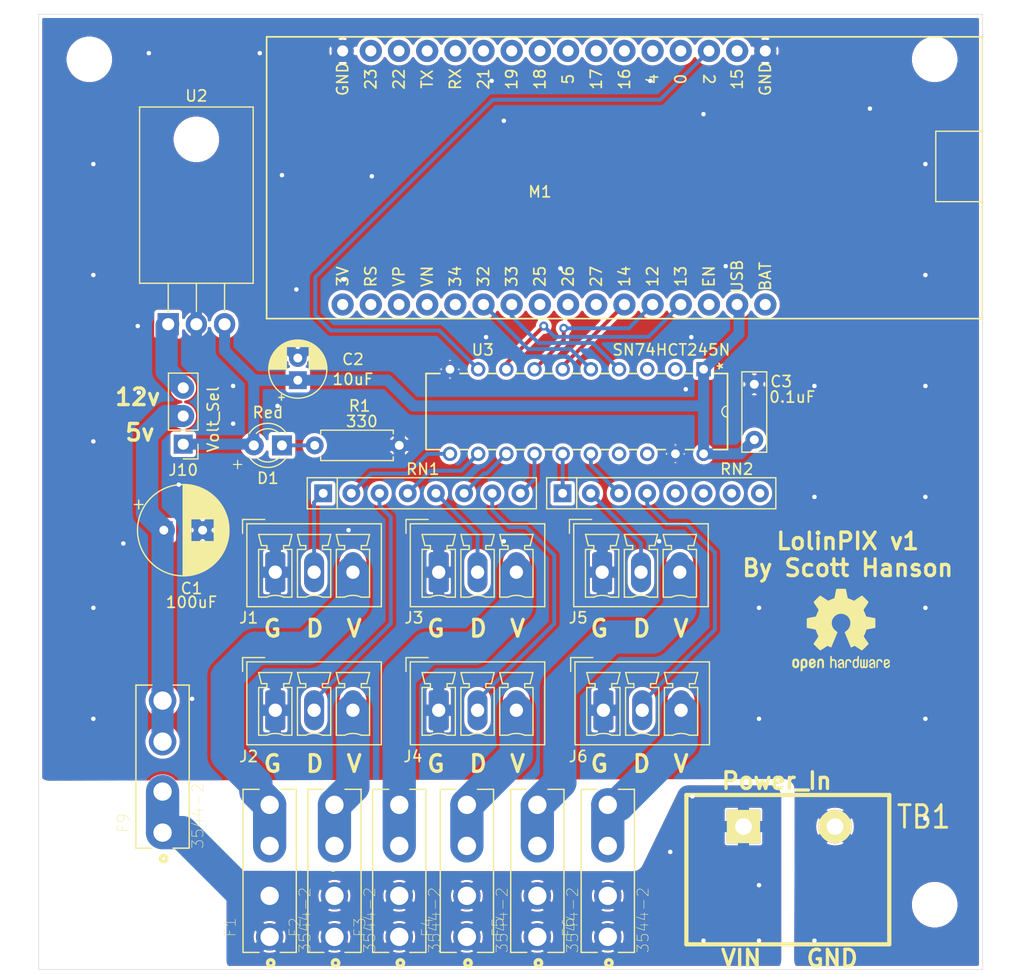
<source format=kicad_pcb>
(kicad_pcb (version 20171130) (host pcbnew "(5.1.10)-1")
  (title_block (title "Lolin Pro Controller") (date 2021-09-07) (rev v1))
  (layers (0 F.Cu signal) (31 B.Cu signal) (34 B.Paste user) (35 F.Paste user) (36 B.SilkS user) (37 F.SilkS user) (38 B.Mask user) (39 F.Mask user) (44 Edge.Cuts user))
  (net 0 "")
  (net 1 GND)
  (net 2 +VDC)
  (net 3 +5V)
  (net 4 "Net-(J1-Pad2)")
  (net 5 /VOUT1)
  (net 6 "Net-(J2-Pad2)")
  (net 7 /VOUT2)
  (net 8 "Net-(J3-Pad2)")
  (net 9 /VOUT3)
  (net 10 "Net-(J4-Pad2)")
  (net 11 /VOUT4)
  (net 12 "Net-(J5-Pad2)")
  (net 13 /VOUT5)
  (net 14 "Net-(J6-Pad2)")
  (net 15 /VOUT6)
  (net 16 /VIN)
  (net 17 "Net-(RN1-Pad4)")
  (net 18 "Net-(RN1-Pad2)")
  (net 19 "Net-(RN2-Pad3)")
  (net 20 "Net-(RN2-Pad1)")
  (net 21 "Net-(RN1-Pad8)")
  (net 22 "Net-(RN1-Pad6)")
  (net 23 "Net-(RN2-Pad7)")
  (net 24 "Net-(RN2-Pad5)")
  (net 25 "Net-(D1-Pad1)")
  (net 26 /12V)
  (net 27 "Net-(M1-Pad31)")
  (net 28 "Net-(M1-Pad30)")
  (net 29 "Net-(M1-Pad29)")
  (net 30 "Net-(M1-Pad28)")
  (net 31 "Net-(M1-Pad27)")
  (net 32 "Net-(M1-Pad26)")
  (net 33 "Net-(M1-Pad25)")
  (net 34 "Net-(M1-Pad24)")
  (net 35 "Net-(M1-Pad23)")
  (net 36 "Net-(M1-Pad22)")
  (net 37 "Net-(M1-Pad21)")
  (net 38 "Net-(M1-Pad20)")
  (net 39 "Net-(M1-Pad19)")
  (net 40 "Net-(M1-Pad18)")
  (net 41 "Net-(M1-Pad16)")
  (net 42 "Net-(M1-Pad15)")
  (net 43 "Net-(M1-Pad14)")
  (net 44 "Net-(M1-Pad13)")
  (net 45 "Net-(M1-Pad12)")
  (net 46 "Net-(M1-Pad11)")
  (net 47 "Net-(M1-Pad10)")
  (net 48 "Net-(M1-Pad9)")
  (net 49 "Net-(M1-Pad8)")
  (net 50 "Net-(M1-Pad7)")
  (net 51 "Net-(M1-Pad6)")
  (net 52 "Net-(M1-Pad5)")
  (net 53 "Net-(M1-Pad4)")
  (net 54 "Net-(M1-Pad3)")
  (net 55 "Net-(M1-Pad1)")
  (net 56 "Net-(RN2-Pad8)")
  (net 57 "Net-(RN2-Pad6)")
  (net 58 "Net-(U3-Pad18)")
  (net 59 "Net-(U3-Pad17)")
  (net 60 "Net-(U3-Pad3)")
  (net 61 "Net-(U3-Pad2)")
  (module footprints:LolinD32 (layer F.Cu) (at 160.5 63.25 180)
    (fp_text reference M1 (at 0 0 180) (layer F.SilkS))
    (fp_text value LolinD32)
    (fp_text user GND (at 17.78 10.16 270) (layer F.SilkS))
    (fp_text user 23 (at 15.24 10.16 270) (layer F.SilkS))
    (fp_text user 22 (at 12.7 10.16 270) (layer F.SilkS))
    (fp_text user TX (at 10.16 10.16 270) (layer F.SilkS))
    (fp_text user RX (at 7.62 10.16 270) (layer F.SilkS))
    (fp_text user 21 (at 5.08 10.16 270) (layer F.SilkS))
    (fp_text user 19 (at 2.54 10.16 270) (layer F.SilkS))
    (fp_text user 18 (at 0 10.16 270) (layer F.SilkS))
    (fp_text user 5 (at -2.54 10.16 270) (layer F.SilkS))
    (fp_text user 17 (at -5.08 10.16 270) (layer F.SilkS))
    (fp_text user 16 (at -7.62 10.16 270) (layer F.SilkS))
    (fp_text user 4 (at -10.16 10.16 270) (layer F.SilkS))
    (fp_text user 0 (at -12.7 10.16 270) (layer F.SilkS))
    (fp_text user 2 (at -15.24 10.16 270 unlocked) (layer F.SilkS))
    (fp_text user 15 (at -17.78 10.16 270) (layer F.SilkS))
    (fp_text user GND (at -20.32 10.16 270) (layer F.SilkS))
    (fp_text user 3V (at 17.78 -7.62 270) (layer F.SilkS))
    (fp_text user RS (at 15.24 -7.62 270) (layer F.SilkS))
    (fp_text user VP (at 12.7 -7.62 270) (layer F.SilkS))
    (fp_text user VN (at 10.16 -7.62 270) (layer F.SilkS))
    (fp_text user 34 (at 7.62 -7.62 270) (layer F.SilkS))
    (fp_text user 32 (at 5.08 -7.62 270) (layer F.SilkS))
    (fp_text user 33 (at 2.54 -7.62 270) (layer F.SilkS))
    (fp_text user 25 (at 0 -7.62 270) (layer F.SilkS))
    (fp_text user 26 (at -2.54 -7.62 270) (layer F.SilkS))
    (fp_text user 27 (at -5.08 -7.62 270) (layer F.SilkS))
    (fp_text user 14 (at -7.62 -7.62 270) (layer F.SilkS))
    (fp_text user 12 (at -10.16 -7.62 270) (layer F.SilkS))
    (fp_text user 13 (at -12.7 -7.62 270) (layer F.SilkS))
    (fp_text user EN (at -15.24 -7.62 270) (layer F.SilkS))
    (fp_text user USB (at -17.78 -7.62 270) (layer F.SilkS))
    (fp_text user BAT (at -20.32 -7.62 270) (layer F.SilkS))
    (pad 32 thru_hole circle (at 17.78 12.7 180) (size 2 2) (drill 1) (layers *.Cu *.Mask) (net 1 GND))
    (pad 31 thru_hole circle (at 15.24 12.7 180) (size 2 2) (drill 1) (layers *.Cu *.Mask) (net 27 "Net-(M1-Pad31)"))
    (pad 30 thru_hole circle (at 12.7 12.7 180) (size 2 2) (drill 1) (layers *.Cu *.Mask) (net 28 "Net-(M1-Pad30)"))
    (pad 29 thru_hole circle (at 10.16 12.7 180) (size 2 2) (drill 1) (layers *.Cu *.Mask) (net 29 "Net-(M1-Pad29)"))
    (pad 28 thru_hole circle (at 7.62 12.7 180) (size 2 2) (drill 1) (layers *.Cu *.Mask) (net 30 "Net-(M1-Pad28)"))
    (pad 27 thru_hole circle (at 5.08 12.7 180) (size 2 2) (drill 1) (layers *.Cu *.Mask) (net 31 "Net-(M1-Pad27)"))
    (pad 26 thru_hole circle (at 2.54 12.7 180) (size 2 2) (drill 1) (layers *.Cu *.Mask) (net 32 "Net-(M1-Pad26)"))
    (pad 25 thru_hole circle (at 0 12.7 180) (size 2 2) (drill 1) (layers *.Cu *.Mask) (net 33 "Net-(M1-Pad25)"))
    (pad 24 thru_hole circle (at -2.54 12.7 180) (size 2 2) (drill 1) (layers *.Cu *.Mask) (net 34 "Net-(M1-Pad24)"))
    (pad 23 thru_hole circle (at -5.08 12.7 180) (size 2 2) (drill 1) (layers *.Cu *.Mask) (net 35 "Net-(M1-Pad23)"))
    (pad 22 thru_hole circle (at -7.62 12.7 180) (size 2 2) (drill 1) (layers *.Cu *.Mask) (net 36 "Net-(M1-Pad22)"))
    (pad 21 thru_hole circle (at -10.16 12.7 180) (size 2 2) (drill 1) (layers *.Cu *.Mask) (net 37 "Net-(M1-Pad21)"))
    (pad 20 thru_hole circle (at -12.7 12.7 180) (size 2 2) (drill 1) (layers *.Cu *.Mask) (net 38 "Net-(M1-Pad20)"))
    (pad 19 thru_hole circle (at -15.24 12.7 180) (size 2 2) (drill 1) (layers *.Cu *.Mask) (net 39 "Net-(M1-Pad19)"))
    (pad 18 thru_hole circle (at -17.78 12.7 180) (size 2 2) (drill 1) (layers *.Cu *.Mask) (net 40 "Net-(M1-Pad18)"))
    (pad 17 thru_hole circle (at -20.32 12.7 180) (size 2 2) (drill 1) (layers *.Cu *.Mask) (net 1 GND))
    (pad 16 thru_hole circle (at 17.78 -10.16 180) (size 2 2) (drill 1) (layers *.Cu *.Mask) (net 41 "Net-(M1-Pad16)"))
    (pad 15 thru_hole circle (at 15.24 -10.16 180) (size 2 2) (drill 1) (layers *.Cu *.Mask) (net 42 "Net-(M1-Pad15)"))
    (pad 14 thru_hole circle (at 12.7 -10.16 180) (size 2 2) (drill 1) (layers *.Cu *.Mask) (net 43 "Net-(M1-Pad14)"))
    (pad 13 thru_hole circle (at 10.16 -10.16 180) (size 2 2) (drill 1) (layers *.Cu *.Mask) (net 44 "Net-(M1-Pad13)"))
    (pad 12 thru_hole circle (at 7.62 -10.16 180) (size 2 2) (drill 1) (layers *.Cu *.Mask) (net 45 "Net-(M1-Pad12)"))
    (pad 11 thru_hole circle (at 5.08 -10.16 180) (size 2 2) (drill 1) (layers *.Cu *.Mask) (net 46 "Net-(M1-Pad11)"))
    (pad 10 thru_hole circle (at 2.54 -10.16 180) (size 2 2) (drill 1) (layers *.Cu *.Mask) (net 47 "Net-(M1-Pad10)"))
    (pad 9 thru_hole circle (at 0 -10.16 180) (size 2 2) (drill 1) (layers *.Cu *.Mask) (net 48 "Net-(M1-Pad9)"))
    (pad 8 thru_hole circle (at -2.54 -10.16 180) (size 2 2) (drill 1) (layers *.Cu *.Mask) (net 49 "Net-(M1-Pad8)"))
    (pad 7 thru_hole circle (at -5.08 -10.16 180) (size 2 2) (drill 1) (layers *.Cu *.Mask) (net 50 "Net-(M1-Pad7)"))
    (pad 6 thru_hole circle (at -7.62 -10.16 180) (size 2 2) (drill 1) (layers *.Cu *.Mask) (net 51 "Net-(M1-Pad6)"))
    (pad 5 thru_hole circle (at -10.16 -10.16 180) (size 2 2) (drill 1) (layers *.Cu *.Mask) (net 52 "Net-(M1-Pad5)"))
    (pad 4 thru_hole circle (at -12.7 -10.16 180) (size 2 2) (drill 1) (layers *.Cu *.Mask) (net 53 "Net-(M1-Pad4)"))
    (pad 3 thru_hole circle (at -15.24 -10.16 180) (size 2 2) (drill 1) (layers *.Cu *.Mask) (net 54 "Net-(M1-Pad3)"))
    (pad 2 thru_hole circle (at -17.78 -10.16 180) (size 2 2) (drill 1) (layers *.Cu *.Mask) (net 3 +5V))
    (pad 1 thru_hole circle (at -20.32 -10.16 180) (size 2 2) (drill 1) (layers *.Cu *.Mask) (net 55 "Net-(M1-Pad1)"))
  )
  (module SN74HCT245N:SN74HCT245N (layer F.Cu) (at 152.396 86.868 270)
    (fp_text reference U3 (at -9.368 -2.954) (layer F.SilkS))
    (fp_text value SN74HCT245N (at -9.368 -19.954 180) (layer F.SilkS))
    (fp_text user * (at -7.918 -24.654 90) (layer F.SilkS))
    (pad 20 thru_hole circle (at 0 -22.86 270) (size 1.2954 1.2954) (drill 0.7874) (layers *.Cu *.Mask) (net 3 +5V))
    (pad 19 thru_hole circle (at 0 -20.32 270) (size 1.2954 1.2954) (drill 0.7874) (layers *.Cu *.Mask) (net 1 GND))
    (pad 18 thru_hole circle (at 0 -17.78 270) (size 1.2954 1.2954) (drill 0.7874) (layers *.Cu *.Mask) (net 58 "Net-(U3-Pad18)"))
    (pad 17 thru_hole circle (at 0 -15.24 270) (size 1.2954 1.2954) (drill 0.7874) (layers *.Cu *.Mask) (net 59 "Net-(U3-Pad17)"))
    (pad 16 thru_hole circle (at 0 -12.7 270) (size 1.2954 1.2954) (drill 0.7874) (layers *.Cu *.Mask) (net 19 "Net-(RN2-Pad3)"))
    (pad 15 thru_hole circle (at 0 -10.16 270) (size 1.2954 1.2954) (drill 0.7874) (layers *.Cu *.Mask) (net 20 "Net-(RN2-Pad1)"))
    (pad 14 thru_hole circle (at 0 -7.62 270) (size 1.2954 1.2954) (drill 0.7874) (layers *.Cu *.Mask) (net 21 "Net-(RN1-Pad8)"))
    (pad 13 thru_hole circle (at 0 -5.08 270) (size 1.2954 1.2954) (drill 0.7874) (layers *.Cu *.Mask) (net 22 "Net-(RN1-Pad6)"))
    (pad 12 thru_hole circle (at 0 -2.54 270) (size 1.2954 1.2954) (drill 0.7874) (layers *.Cu *.Mask) (net 17 "Net-(RN1-Pad4)"))
    (pad 11 thru_hole circle (at 0 0 270) (size 1.2954 1.2954) (drill 0.7874) (layers *.Cu *.Mask) (net 18 "Net-(RN1-Pad2)"))
    (pad 10 thru_hole circle (at -7.62 0 270) (size 1.2954 1.2954) (drill 0.7874) (layers *.Cu *.Mask) (net 1 GND))
    (pad 9 thru_hole circle (at -7.62 -2.54 270) (size 1.2954 1.2954) (drill 0.7874) (layers *.Cu *.Mask) (net 39 "Net-(M1-Pad19)"))
    (pad 8 thru_hole circle (at -7.62 -5.08 270) (size 1.2954 1.2954) (drill 0.7874) (layers *.Cu *.Mask) (net 53 "Net-(M1-Pad4)"))
    (pad 7 thru_hole circle (at -7.62 -7.62 270) (size 1.2954 1.2954) (drill 0.7874) (layers *.Cu *.Mask) (net 52 "Net-(M1-Pad5)"))
    (pad 6 thru_hole circle (at -7.62 -10.16 270) (size 1.2954 1.2954) (drill 0.7874) (layers *.Cu *.Mask) (net 51 "Net-(M1-Pad6)"))
    (pad 5 thru_hole circle (at -7.62 -12.7 270) (size 1.2954 1.2954) (drill 0.7874) (layers *.Cu *.Mask) (net 46 "Net-(M1-Pad11)"))
    (pad 4 thru_hole circle (at -7.62 -15.24 270) (size 1.2954 1.2954) (drill 0.7874) (layers *.Cu *.Mask) (net 47 "Net-(M1-Pad10)"))
    (pad 3 thru_hole circle (at -7.62 -17.78 270) (size 1.2954 1.2954) (drill 0.7874) (layers *.Cu *.Mask) (net 60 "Net-(U3-Pad3)"))
    (pad 2 thru_hole circle (at -7.62 -20.32 270) (size 1.2954 1.2954) (drill 0.7874) (layers *.Cu *.Mask) (net 61 "Net-(U3-Pad2)"))
    (pad 1 thru_hole rect (at -7.62 -22.86 270) (size 1.2954 1.2954) (drill 0.7874) (layers *.Cu *.Mask) (net 3 +5V))
  )
  (module Barrier_Blocks:BARRIER_BLOCK_1ROW_2POS_P8.26MM (layer F.Cu) (at 182.85 124.35)
    (fp_text reference TB1 (at 12.25 -4.75) (layer F.SilkS) (effects (font (size 2.032 1.778) (thickness 0.254))))
    (fp_text value Power_In (at -1 -8) (layer F.SilkS) (effects (font (size 1.5 1.5) (thickness 0.3))))
    (pad 1 thru_hole rect (at -3.99796 -3.8862) (size 3 3) (drill 1.5) (layers *.Cu *.Mask F.SilkS) (net 2 +VDC))
    (pad 2 thru_hole circle (at 4.25196 -3.8862) (size 3 3) (drill 1.5) (layers *.Cu *.Mask F.SilkS) (net 1 GND))
  )
  (module Connector_PinHeader_2.54mm:PinHeader_1x03_P2.54mm_Vertical (layer F.Cu) (at 128.35 86 180)
    (fp_text reference J10 (at 0 -2.33) (layer F.SilkS))
    (fp_text value Volt_Sel (at -2.7 2.25 90) (layer F.SilkS))
    (pad 3 thru_hole oval (at 0 5.08 180) (size 1.7 1.7) (drill 1) (layers *.Cu *.Mask) (net 26 /12V))
    (pad 2 thru_hole oval (at 0 2.54 180) (size 1.7 1.7) (drill 1) (layers *.Cu *.Mask) (net 16 /VIN))
    (pad 1 thru_hole rect (at 0 0 180) (size 1.7 1.7) (drill 1) (layers *.Cu *.Mask) (net 3 +5V))
  )
  (module Package_TO_SOT_THT:TO-220-3_Horizontal_TabDown (layer F.Cu) (at 126.996 75.184)
    (fp_text reference U2 (at 2.54 -20.58) (layer F.SilkS))
    (fp_text value LM7805_TO220)
    (pad 3 thru_hole oval (at 5.08 0) (size 1.905 2) (drill 1.1) (layers *.Cu *.Mask) (net 3 +5V))
    (pad 2 thru_hole oval (at 2.54 0) (size 1.905 2) (drill 1.1) (layers *.Cu *.Mask) (net 1 GND))
    (pad 1 thru_hole rect (at 0 0) (size 1.905 2) (drill 1.1) (layers *.Cu *.Mask) (net 26 /12V))
    (pad "" np_thru_hole oval (at 2.54 -16.66) (size 3.5 3.5) (drill 3.5) (layers *.Cu *.Mask))
  )
  (module Connector_Phoenix_MC:PhoenixContact_MCV_1,5_3-G-3.5_1x03_P3.50mm_Vertical (layer F.Cu) (at 166.112 97.536)
    (fp_text reference J5 (at -2.162 4.114) (layer F.SilkS))
    (fp_text value Conn_01x03)
    (pad 3 thru_hole oval (at 7 0) (size 1.8 3.6) (drill 1.2) (layers *.Cu *.Mask) (net 13 /VOUT5))
    (pad 2 thru_hole oval (at 3.5 0) (size 1.8 3.6) (drill 1.2) (layers *.Cu *.Mask) (net 12 "Net-(J5-Pad2)"))
    (pad 1 thru_hole roundrect (at 0 0) (size 1.8 3.6) (drill 1.2) (layers *.Cu *.Mask) (roundrect_rratio 0.1388888888888889) (net 1 GND))
  )
  (module Connector_Phoenix_MC:PhoenixContact_MCV_1,5_3-G-3.5_1x03_P3.50mm_Vertical (layer F.Cu) (at 166.224 109.982)
    (fp_text reference J6 (at -2.274 4.168) (layer F.SilkS))
    (fp_text value Conn_01x03)
    (pad 3 thru_hole oval (at 7 0) (size 1.8 3.6) (drill 1.2) (layers *.Cu *.Mask) (net 15 /VOUT6))
    (pad 2 thru_hole oval (at 3.5 0) (size 1.8 3.6) (drill 1.2) (layers *.Cu *.Mask) (net 14 "Net-(J6-Pad2)"))
    (pad 1 thru_hole roundrect (at 0 0) (size 1.8 3.6) (drill 1.2) (layers *.Cu *.Mask) (roundrect_rratio 0.1388888888888889) (net 1 GND))
  )
  (module Resistor_THT:R_Axial_DIN0207_L6.3mm_D2.5mm_P7.62mm_Horizontal (layer F.Cu) (at 140.204 86.106)
    (fp_text reference R1 (at 4.046 -3.556) (layer F.SilkS))
    (fp_text value 330 (at 4.246 -2.156) (layer F.SilkS))
    (pad 2 thru_hole oval (at 7.62 0) (size 1.6 1.6) (drill 0.8) (layers *.Cu *.Mask) (net 1 GND))
    (pad 1 thru_hole circle (at 0 0) (size 1.6 1.6) (drill 0.8) (layers *.Cu *.Mask) (net 25 "Net-(D1-Pad1)"))
  )
  (module LED_THT:LED_D3.0mm (layer F.Cu) (at 137.25 86.106 180)
    (fp_text reference D1 (at 1.27 -2.96 180) (layer F.SilkS))
    (fp_text value Red (at 1.27 2.96 180) (layer F.SilkS))
    (pad 2 thru_hole circle (at 2.54 0 180) (size 1.8 1.8) (drill 0.9) (layers *.Cu *.Mask) (net 3 +5V))
    (pad 1 thru_hole rect (at 0 0 180) (size 1.8 1.8) (drill 0.9) (layers *.Cu *.Mask) (net 25 "Net-(D1-Pad1)"))
  )
  (module Resistor_THT:R_Array_SIP8 (layer F.Cu) (at 162.55 90.424)
    (fp_text reference RN2 (at 15.7 -2.174) (layer F.SilkS))
    (fp_text value 33)
    (pad 8 thru_hole oval (at 17.78 0) (size 1.6 1.6) (drill 0.8) (layers *.Cu *.Mask) (net 56 "Net-(RN2-Pad8)"))
    (pad 7 thru_hole oval (at 15.24 0) (size 1.6 1.6) (drill 0.8) (layers *.Cu *.Mask) (net 23 "Net-(RN2-Pad7)"))
    (pad 6 thru_hole oval (at 12.7 0) (size 1.6 1.6) (drill 0.8) (layers *.Cu *.Mask) (net 57 "Net-(RN2-Pad6)"))
    (pad 5 thru_hole oval (at 10.16 0) (size 1.6 1.6) (drill 0.8) (layers *.Cu *.Mask) (net 24 "Net-(RN2-Pad5)"))
    (pad 4 thru_hole oval (at 7.62 0) (size 1.6 1.6) (drill 0.8) (layers *.Cu *.Mask) (net 14 "Net-(J6-Pad2)"))
    (pad 3 thru_hole oval (at 5.08 0) (size 1.6 1.6) (drill 0.8) (layers *.Cu *.Mask) (net 19 "Net-(RN2-Pad3)"))
    (pad 2 thru_hole oval (at 2.54 0) (size 1.6 1.6) (drill 0.8) (layers *.Cu *.Mask) (net 12 "Net-(J5-Pad2)"))
    (pad 1 thru_hole rect (at 0 0) (size 1.6 1.6) (drill 0.8) (layers *.Cu *.Mask) (net 20 "Net-(RN2-Pad1)"))
  )
  (module Resistor_THT:R_Array_SIP8 (layer F.Cu) (at 140.966 90.424)
    (fp_text reference RN1 (at 8.984 -2.174) (layer F.SilkS))
    (fp_text value 33)
    (pad 8 thru_hole oval (at 17.78 0) (size 1.6 1.6) (drill 0.8) (layers *.Cu *.Mask) (net 21 "Net-(RN1-Pad8)"))
    (pad 7 thru_hole oval (at 15.24 0) (size 1.6 1.6) (drill 0.8) (layers *.Cu *.Mask) (net 10 "Net-(J4-Pad2)"))
    (pad 6 thru_hole oval (at 12.7 0) (size 1.6 1.6) (drill 0.8) (layers *.Cu *.Mask) (net 22 "Net-(RN1-Pad6)"))
    (pad 5 thru_hole oval (at 10.16 0) (size 1.6 1.6) (drill 0.8) (layers *.Cu *.Mask) (net 8 "Net-(J3-Pad2)"))
    (pad 4 thru_hole oval (at 7.62 0) (size 1.6 1.6) (drill 0.8) (layers *.Cu *.Mask) (net 17 "Net-(RN1-Pad4)"))
    (pad 3 thru_hole oval (at 5.08 0) (size 1.6 1.6) (drill 0.8) (layers *.Cu *.Mask) (net 6 "Net-(J2-Pad2)"))
    (pad 2 thru_hole oval (at 2.54 0) (size 1.6 1.6) (drill 0.8) (layers *.Cu *.Mask) (net 18 "Net-(RN1-Pad2)"))
    (pad 1 thru_hole rect (at 0 0) (size 1.6 1.6) (drill 0.8) (layers *.Cu *.Mask) (net 4 "Net-(J1-Pad2)"))
  )
  (module Capacitor_THT:C_Rect_L7.0mm_W2.0mm_P5.00mm (layer F.Cu) (at 179.828 85.598 90)
    (fp_text reference C3 (at 5.248 2.422 180) (layer F.SilkS))
    (fp_text value 0.1uF (at 3.848 3.422 180) (layer F.SilkS))
    (pad 2 thru_hole circle (at 5 0 90) (size 1.6 1.6) (drill 0.8) (layers *.Cu *.Mask) (net 1 GND))
    (pad 1 thru_hole circle (at 0 0 90) (size 1.6 1.6) (drill 0.8) (layers *.Cu *.Mask) (net 3 +5V))
  )
  (module Symbol:OSHW-Logo2_9.8x8mm_SilkScreen (layer F.Cu) (at 187.65 102.75)
    (fp_text reference REF** hide)
    (fp_text value OSHW-Logo2_9.8x8mm_SilkScreen hide)
  )
  (module MountingHole:MountingHole_3.5mm (layer F.Cu) (at 119.888 51.308)
    (fp_text reference H1)
    (fp_text value MountingHole_3.5mm)
    (pad 1 np_thru_hole circle (at 0 0) (size 3.5 3.5) (drill 3.5) (layers *.Cu *.Mask))
  )
  (module MountingHole:MountingHole_3.5mm (layer F.Cu) (at 119.888 127.508)
    (fp_text reference H2)
    (fp_text value MountingHole_3.5mm)
    (pad 1 np_thru_hole circle (at 0 0) (size 3.5 3.5) (drill 3.5) (layers *.Cu *.Mask))
  )
  (module MountingHole:MountingHole_3.5mm (layer F.Cu) (at 196.088 51.308)
    (fp_text reference H3)
    (fp_text value MountingHole_3.5mm)
    (pad 1 np_thru_hole circle (at 0 0) (size 3.5 3.5) (drill 3.5) (layers *.Cu *.Mask))
  )
  (module MountingHole:MountingHole_3.5mm (layer F.Cu) (at 196.088 127.508)
    (fp_text reference H4)
    (fp_text value MountingHole_3.5mm)
    (pad 1 np_thru_hole circle (at 0 0) (size 3.5 3.5) (drill 3.5) (layers *.Cu *.Mask))
  )
  (module Capacitor_THT:CP_Radial_D8.0mm_P3.50mm (layer F.Cu) (at 126.6 93.75)
    (fp_text reference C1 (at 2.5 5.25) (layer F.SilkS))
    (fp_text value 100uF (at 2.5 6.5) (layer F.SilkS))
    (pad 2 thru_hole circle (at 3.5 0) (size 1.6 1.6) (drill 0.8) (layers *.Cu *.Mask) (net 1 GND))
    (pad 1 thru_hole rect (at 0 0) (size 1.6 1.6) (drill 0.8) (layers *.Cu *.Mask) (net 16 /VIN))
  )
  (module Keystone_Fuse:FUSE_3544-2 (layer F.Cu) (at 126.488 115.062 90)
    (fp_text reference F9 (at -5.08 -3.556 90) (layer F.SilkS) (effects (font (thickness 0.05))))
    (fp_text value 3544-2 (at -4.445 3.175 90) (layer F.SilkS) (effects (font (thickness 0.05))))
    (pad 2_2 thru_hole circle (at 5.95 0 90) (size 2.475 2.475) (drill 1.65) (layers *.Cu *.Mask) (net 16 /VIN))
    (pad 1_1 thru_hole circle (at -5.95 0 90) (size 2.475 2.475) (drill 1.65) (layers *.Cu *.Mask) (net 2 +VDC))
    (pad 2_1 thru_hole circle (at 2.25 0 90) (size 2.475 2.475) (drill 1.65) (layers *.Cu *.Mask) (net 16 /VIN))
    (pad 1_2 thru_hole circle (at -2.25 0 90) (size 2.475 2.475) (drill 1.65) (layers *.Cu *.Mask) (net 2 +VDC))
  )
  (module Connector_Phoenix_MC:PhoenixContact_MCV_1,5_3-G-3.5_1x03_P3.50mm_Vertical (layer F.Cu) (at 136.648 109.982)
    (fp_text reference J2 (at -2.398 4.168) (layer F.SilkS))
    (fp_text value Conn_01x03)
    (pad 3 thru_hole oval (at 7 0) (size 1.8 3.6) (drill 1.2) (layers *.Cu *.Mask) (net 7 /VOUT2))
    (pad 2 thru_hole oval (at 3.5 0) (size 1.8 3.6) (drill 1.2) (layers *.Cu *.Mask) (net 6 "Net-(J2-Pad2)"))
    (pad 1 thru_hole roundrect (at 0 0) (size 1.8 3.6) (drill 1.2) (layers *.Cu *.Mask) (roundrect_rratio 0.1388888888888889) (net 1 GND))
  )
  (module Keystone_Fuse:FUSE_3544-2 (layer F.Cu) (at 136.14 124.46 90)
    (fp_text reference F1 (at -5.08 -3.556 90) (layer F.SilkS) (effects (font (thickness 0.05))))
    (fp_text value 3544-2 (at -4.445 3.175 90) (layer F.SilkS) (effects (font (thickness 0.05))))
    (pad 2_2 thru_hole circle (at 5.95 0 90) (size 2.475 2.475) (drill 1.65) (layers *.Cu *.Mask) (net 5 /VOUT1))
    (pad 1_1 thru_hole circle (at -5.95 0 90) (size 2.475 2.475) (drill 1.65) (layers *.Cu *.Mask) (net 2 +VDC))
    (pad 2_1 thru_hole circle (at 2.25 0 90) (size 2.475 2.475) (drill 1.65) (layers *.Cu *.Mask) (net 5 /VOUT1))
    (pad 1_2 thru_hole circle (at -2.25 0 90) (size 2.475 2.475) (drill 1.65) (layers *.Cu *.Mask) (net 2 +VDC))
  )
  (module Keystone_Fuse:FUSE_3544-2 (layer F.Cu) (at 166.62 124.46 90)
    (fp_text reference F6 (at -5.08 -3.556 90) (layer F.SilkS) (effects (font (thickness 0.05))))
    (fp_text value 3544-2 (at -4.445 3.175 90) (layer F.SilkS) (effects (font (thickness 0.05))))
    (pad 2_2 thru_hole circle (at 5.95 0 90) (size 2.475 2.475) (drill 1.65) (layers *.Cu *.Mask) (net 15 /VOUT6))
    (pad 1_1 thru_hole circle (at -5.95 0 90) (size 2.475 2.475) (drill 1.65) (layers *.Cu *.Mask) (net 2 +VDC))
    (pad 2_1 thru_hole circle (at 2.25 0 90) (size 2.475 2.475) (drill 1.65) (layers *.Cu *.Mask) (net 15 /VOUT6))
    (pad 1_2 thru_hole circle (at -2.25 0 90) (size 2.475 2.475) (drill 1.65) (layers *.Cu *.Mask) (net 2 +VDC))
  )
  (module Keystone_Fuse:FUSE_3544-2 (layer F.Cu) (at 160.27 124.46 90)
    (fp_text reference F5 (at -5.08 -3.556 90) (layer F.SilkS) (effects (font (thickness 0.05))))
    (fp_text value 3544-2 (at -4.445 3.175 90) (layer F.SilkS) (effects (font (thickness 0.05))))
    (pad 2_2 thru_hole circle (at 5.95 0 90) (size 2.475 2.475) (drill 1.65) (layers *.Cu *.Mask) (net 13 /VOUT5))
    (pad 1_1 thru_hole circle (at -5.95 0 90) (size 2.475 2.475) (drill 1.65) (layers *.Cu *.Mask) (net 2 +VDC))
    (pad 2_1 thru_hole circle (at 2.25 0 90) (size 2.475 2.475) (drill 1.65) (layers *.Cu *.Mask) (net 13 /VOUT5))
    (pad 1_2 thru_hole circle (at -2.25 0 90) (size 2.475 2.475) (drill 1.65) (layers *.Cu *.Mask) (net 2 +VDC))
  )
  (module Keystone_Fuse:FUSE_3544-2 (layer F.Cu) (at 153.92 124.46 90)
    (fp_text reference F4 (at -5.08 -3.556 90) (layer F.SilkS) (effects (font (thickness 0.05))))
    (fp_text value 3544-2 (at -4.445 3.175 90) (layer F.SilkS) (effects (font (thickness 0.05))))
    (pad 2_2 thru_hole circle (at 5.95 0 90) (size 2.475 2.475) (drill 1.65) (layers *.Cu *.Mask) (net 11 /VOUT4))
    (pad 1_1 thru_hole circle (at -5.95 0 90) (size 2.475 2.475) (drill 1.65) (layers *.Cu *.Mask) (net 2 +VDC))
    (pad 2_1 thru_hole circle (at 2.25 0 90) (size 2.475 2.475) (drill 1.65) (layers *.Cu *.Mask) (net 11 /VOUT4))
    (pad 1_2 thru_hole circle (at -2.25 0 90) (size 2.475 2.475) (drill 1.65) (layers *.Cu *.Mask) (net 2 +VDC))
  )
  (module Keystone_Fuse:FUSE_3544-2 (layer F.Cu) (at 147.824 124.46 90)
    (fp_text reference F3 (at -5.08 -3.556 90) (layer F.SilkS) (effects (font (thickness 0.05))))
    (fp_text value 3544-2 (at -4.445 3.175 90) (layer F.SilkS) (effects (font (thickness 0.05))))
    (pad 2_2 thru_hole circle (at 5.95 0 90) (size 2.475 2.475) (drill 1.65) (layers *.Cu *.Mask) (net 9 /VOUT3))
    (pad 1_1 thru_hole circle (at -5.95 0 90) (size 2.475 2.475) (drill 1.65) (layers *.Cu *.Mask) (net 2 +VDC))
    (pad 2_1 thru_hole circle (at 2.25 0 90) (size 2.475 2.475) (drill 1.65) (layers *.Cu *.Mask) (net 9 /VOUT3))
    (pad 1_2 thru_hole circle (at -2.25 0 90) (size 2.475 2.475) (drill 1.65) (layers *.Cu *.Mask) (net 2 +VDC))
  )
  (module Keystone_Fuse:FUSE_3544-2 (layer F.Cu) (at 141.982 124.46 90)
    (fp_text reference F2 (at -5.08 -3.556 90) (layer F.SilkS) (effects (font (thickness 0.05))))
    (fp_text value 3544-2 (at -4.445 3.175 90) (layer F.SilkS) (effects (font (thickness 0.05))))
    (pad 2_2 thru_hole circle (at 5.95 0 90) (size 2.475 2.475) (drill 1.65) (layers *.Cu *.Mask) (net 7 /VOUT2))
    (pad 1_1 thru_hole circle (at -5.95 0 90) (size 2.475 2.475) (drill 1.65) (layers *.Cu *.Mask) (net 2 +VDC))
    (pad 2_1 thru_hole circle (at 2.25 0 90) (size 2.475 2.475) (drill 1.65) (layers *.Cu *.Mask) (net 7 /VOUT2))
    (pad 1_2 thru_hole circle (at -2.25 0 90) (size 2.475 2.475) (drill 1.65) (layers *.Cu *.Mask) (net 2 +VDC))
  )
  (module Connector_Phoenix_MC:PhoenixContact_MCV_1,5_3-G-3.5_1x03_P3.50mm_Vertical (layer F.Cu) (at 151.38 109.982)
    (fp_text reference J4 (at -2.33 4.168) (layer F.SilkS))
    (fp_text value Conn_01x03)
    (pad 3 thru_hole oval (at 7 0) (size 1.8 3.6) (drill 1.2) (layers *.Cu *.Mask) (net 11 /VOUT4))
    (pad 2 thru_hole oval (at 3.5 0) (size 1.8 3.6) (drill 1.2) (layers *.Cu *.Mask) (net 10 "Net-(J4-Pad2)"))
    (pad 1 thru_hole roundrect (at 0 0) (size 1.8 3.6) (drill 1.2) (layers *.Cu *.Mask) (roundrect_rratio 0.1388888888888889) (net 1 GND))
  )
  (module Connector_Phoenix_MC:PhoenixContact_MCV_1,5_3-G-3.5_1x03_P3.50mm_Vertical (layer F.Cu) (at 151.38 97.536)
    (fp_text reference J3 (at -2.23 4.114) (layer F.SilkS))
    (fp_text value Conn_01x03)
    (pad 3 thru_hole oval (at 7 0) (size 1.8 3.6) (drill 1.2) (layers *.Cu *.Mask) (net 9 /VOUT3))
    (pad 2 thru_hole oval (at 3.5 0) (size 1.8 3.6) (drill 1.2) (layers *.Cu *.Mask) (net 8 "Net-(J3-Pad2)"))
    (pad 1 thru_hole roundrect (at 0 0) (size 1.8 3.6) (drill 1.2) (layers *.Cu *.Mask) (roundrect_rratio 0.1388888888888889) (net 1 GND))
  )
  (module Connector_Phoenix_MC:PhoenixContact_MCV_1,5_3-G-3.5_1x03_P3.50mm_Vertical (layer F.Cu) (at 136.648 97.536)
    (fp_text reference J1 (at -2.398 4.114) (layer F.SilkS))
    (fp_text value Conn_01x03)
    (pad 3 thru_hole oval (at 7 0) (size 1.8 3.6) (drill 1.2) (layers *.Cu *.Mask) (net 5 /VOUT1))
    (pad 2 thru_hole oval (at 3.5 0) (size 1.8 3.6) (drill 1.2) (layers *.Cu *.Mask) (net 4 "Net-(J1-Pad2)"))
    (pad 1 thru_hole roundrect (at 0 0) (size 1.8 3.6) (drill 1.2) (layers *.Cu *.Mask) (roundrect_rratio 0.1388888888888889) (net 1 GND))
  )
  (module Capacitor_THT:CP_Radial_D5.0mm_P2.00mm (layer F.Cu) (at 138.68 80.232 90)
    (fp_text reference C2 (at 1.882 4.97 180) (layer F.SilkS))
    (fp_text value 10uF (at 0.082 4.97 180) (layer F.SilkS))
    (pad 2 thru_hole circle (at 2 0 90) (size 1.6 1.6) (drill 0.8) (layers *.Cu *.Mask) (net 1 GND))
    (pad 1 thru_hole rect (at 0 0 90) (size 1.6 1.6) (drill 0.8) (layers *.Cu *.Mask) (net 3 +5V))
  )
  (gr_text + (at 133.25 87.75) (layer F.SilkS) (effects (font (size 1 1) (thickness 0.1))))
  (gr_text 5v (at 124.45 84.95) (layer F.SilkS) (effects (font (size 1.5 1.5) (thickness 0.3))))
  (gr_text 12v (at 124.25 81.75) (layer F.SilkS) (effects (font (size 1.5 1.5) (thickness 0.3))))
  (gr_text V (at 143.76 102.616) (layer F.SilkS) (effects (font (size 1.5 1.5) (thickness 0.3))))
  (gr_text D (at 140.204 102.616) (layer F.SilkS) (effects (font (size 1.5 1.5) (thickness 0.3))))
  (gr_text G (at 136.394 102.616) (layer F.SilkS) (effects (font (size 1.5 1.5) (thickness 0.3))))
  (gr_text V (at 158.492 102.616) (layer F.SilkS) (effects (font (size 1.5 1.5) (thickness 0.3))))
  (gr_text D (at 154.936 102.616) (layer F.SilkS) (effects (font (size 1.5 1.5) (thickness 0.3))))
  (gr_text G (at 151.126 102.616) (layer F.SilkS) (effects (font (size 1.5 1.5) (thickness 0.3))))
  (gr_text V (at 173.224 102.616) (layer F.SilkS) (effects (font (size 1.5 1.5) (thickness 0.3))))
  (gr_text D (at 169.668 102.616) (layer F.SilkS) (effects (font (size 1.5 1.5) (thickness 0.3))))
  (gr_text G (at 165.858 102.616) (layer F.SilkS) (effects (font (size 1.5 1.5) (thickness 0.3))))
  (gr_text G (at 151.126 114.808) (layer F.SilkS) (effects (font (size 1.5 1.5) (thickness 0.3))))
  (gr_text G (at 165.858 114.808) (layer F.SilkS) (effects (font (size 1.5 1.5) (thickness 0.3))))
  (gr_text V (at 158.492 114.808) (layer F.SilkS) (effects (font (size 1.5 1.5) (thickness 0.3))))
  (gr_text D (at 154.936 114.808) (layer F.SilkS) (effects (font (size 1.5 1.5) (thickness 0.3))))
  (gr_text "LolinPIX v1\nBy Scott Hanson" (at 188.25 95.95) (layer F.SilkS) (effects (font (size 1.5 1.5) (thickness 0.3))))
  (gr_text V (at 173.224 114.808) (layer F.SilkS) (effects (font (size 1.5 1.5) (thickness 0.3))))
  (gr_text D (at 169.668 114.808) (layer F.SilkS) (effects (font (size 1.5 1.5) (thickness 0.3))))
  (gr_text V (at 143.76 114.808) (layer F.SilkS) (effects (font (size 1.5 1.5) (thickness 0.3))))
  (gr_text D (at 140.204 114.808) (layer F.SilkS) (effects (font (size 1.5 1.5) (thickness 0.3))))
  (gr_text G (at 136.394 114.808) (layer F.SilkS) (effects (font (size 1.5 1.5) (thickness 0.3))))
  (gr_text GND (at 186.85 132.35) (layer F.SilkS) (effects (font (size 1.5 1.5) (thickness 0.3))))
  (gr_text VIN (at 178.65 132.35) (layer F.SilkS) (effects (font (size 1.5 1.5) (thickness 0.3))))
  (gr_line (start 141.728 124.46) (end 141.982 124.46) (layer F.SilkS) (width 0.12))
  (gr_line (start 115.316 133.35) (end 115.316 47.25) (layer Edge.Cuts) (width 0.05))
  (gr_line (start 200.406 133.35) (end 115.316 133.35) (layer Edge.Cuts) (width 0.05))
  (gr_line (start 200.406 47.25) (end 200.406 133.35) (layer Edge.Cuts) (width 0.05))
  (gr_line (start 115.316 47.25) (end 200.406 47.25) (layer Edge.Cuts) (width 0.05))
  (via (at 173.65 81.05) (size 0.8) (drill 0.4) (layers F.Cu B.Cu) (net 1))
  (via (at 132.85 84.15) (size 0.8) (drill 0.4) (layers F.Cu B.Cu) (net 1))
  (via (at 132.85 80.75) (size 0.8) (drill 0.4) (layers F.Cu B.Cu) (net 1))
  (via (at 124.35 81.35) (size 0.8) (drill 0.4) (layers F.Cu B.Cu) (net 1))
  (via (at 124.25 75.35) (size 0.8) (drill 0.4) (layers F.Cu B.Cu) (net 1))
  (via (at 127.95 89.65) (size 0.8) (drill 0.4) (layers F.Cu B.Cu) (net 1))
  (via (at 174.15 76.35) (size 0.8) (drill 0.4) (layers F.Cu B.Cu) (net 1))
  (via (at 155.65 76.35) (size 0.8) (drill 0.4) (layers F.Cu B.Cu) (net 1))
  (via (at 122.95 94.95) (size 0.8) (drill 0.4) (layers F.Cu B.Cu) (net 1))
  (via (at 129.15 108.95) (size 0.8) (drill 0.4) (layers F.Cu B.Cu) (net 1))
  (via (at 142.85 71.15) (size 0.8) (drill 0.4) (layers F.Cu B.Cu) (net 1))
  (via (at 157.25 56.85) (size 0.8) (drill 0.4) (layers F.Cu B.Cu) (net 1))
  (via (at 175.25 56.25) (size 0.8) (drill 0.4) (layers F.Cu B.Cu) (net 1))
  (via (at 170.45 53.25) (size 0.8) (drill 0.4) (layers F.Cu B.Cu) (net 1))
  (via (at 156.15 53.25) (size 0.8) (drill 0.4) (layers F.Cu B.Cu) (net 1))
  (via (at 145.35 61.85) (size 0.8) (drill 0.4) (layers F.Cu B.Cu) (net 1))
  (via (at 138.55 72.05) (size 0.8) (drill 0.4) (layers F.Cu B.Cu) (net 1))
  (via (at 177.25 69.95) (size 0.8) (drill 0.4) (layers F.Cu B.Cu) (net 1))
  (via (at 162.35 70.15) (size 0.8) (drill 0.4) (layers F.Cu B.Cu) (net 1))
  (via (at 125.25 50.75) (size 0.8) (drill 0.4) (layers F.Cu B.Cu) (net 1))
  (via (at 135.25 50.75) (size 0.8) (drill 0.4) (layers F.Cu B.Cu) (net 1))
  (via (at 120.25 60.75) (size 0.8) (drill 0.4) (layers F.Cu B.Cu) (net 1))
  (via (at 120.25 70.75) (size 0.8) (drill 0.4) (layers F.Cu B.Cu) (net 1))
  (via (at 120.25 85.75) (size 0.8) (drill 0.4) (layers F.Cu B.Cu) (net 1))
  (via (at 120.25 110.75) (size 0.8) (drill 0.4) (layers F.Cu B.Cu) (net 1))
  (via (at 120.25 100.75) (size 0.8) (drill 0.4) (layers F.Cu B.Cu) (net 1))
  (via (at 180.25 110.75) (size 0.8) (drill 0.4) (layers F.Cu B.Cu) (net 1))
  (via (at 195.25 110.75) (size 0.8) (drill 0.4) (layers F.Cu B.Cu) (net 1))
  (via (at 195.25 100.75) (size 0.8) (drill 0.4) (layers F.Cu B.Cu) (net 1))
  (via (at 195.25 90.75) (size 0.8) (drill 0.4) (layers F.Cu B.Cu) (net 1))
  (via (at 195.25 80.75) (size 0.8) (drill 0.4) (layers F.Cu B.Cu) (net 1))
  (via (at 195.25 70.75) (size 0.8) (drill 0.4) (layers F.Cu B.Cu) (net 1))
  (via (at 195.25 60.75) (size 0.8) (drill 0.4) (layers F.Cu B.Cu) (net 1))
  (via (at 190.25 55.75) (size 0.8) (drill 0.4) (layers F.Cu B.Cu) (net 1))
  (via (at 185.25 80.75) (size 0.8) (drill 0.4) (layers F.Cu B.Cu) (net 1))
  (via (at 185.25 90.75) (size 0.8) (drill 0.4) (layers F.Cu B.Cu) (net 1))
  (via (at 180.25 100.75) (size 0.8) (drill 0.4) (layers F.Cu B.Cu) (net 1))
  (via (at 185.25 130.75) (size 0.8) (drill 0.4) (layers F.Cu B.Cu) (net 1))
  (via (at 171.25 94.75) (size 0.8) (drill 0.4) (layers F.Cu B.Cu) (net 1))
  (via (at 157.25 94.75) (size 0.8) (drill 0.4) (layers F.Cu B.Cu) (net 1))
  (via (at 143.25 93.75) (size 0.8) (drill 0.4) (layers F.Cu B.Cu) (net 1))
  (via (at 195.25 119.75) (size 0.8) (drill 0.4) (layers F.Cu B.Cu) (net 1))
  (via (at 137.25 61.75) (size 0.8) (drill 0.4) (layers F.Cu B.Cu) (net 1))
  (via (at 136.85 82.55) (size 0.8) (drill 0.4) (layers F.Cu B.Cu) (net 1))
  (segment (start 133.936089 126.71) (end 136.14 126.71) (width 3) (layer B.Cu) (net 2))
  (segment (start 126.488 121.012) (end 128.238089 121.012) (width 3) (layer B.Cu) (net 2))
  (segment (start 128.238089 121.012) (end 133.936089 126.71) (width 3) (layer B.Cu) (net 2))
  (segment (start 126.488 117.312) (end 126.488 121.012) (width 3) (layer B.Cu) (net 2))
  (via (at 180.25 130.75) (size 0.8) (drill 0.4) (layers F.Cu B.Cu) (net 2))
  (via (at 180.25 125.75) (size 0.8) (drill 0.4) (layers F.Cu B.Cu) (net 2))
  (via (at 175.25 130.75) (size 0.8) (drill 0.4) (layers F.Cu B.Cu) (net 2))
  (via (at 172.25 122.75) (size 0.8) (drill 0.4) (layers F.Cu B.Cu) (net 2))
  (via (at 174.25 117.75) (size 0.8) (drill 0.4) (layers F.Cu B.Cu) (net 2))
  (segment (start 175.256 82.55) (end 175.256 79.248) (width 1) (layer B.Cu) (net 3))
  (segment (start 175.256 82.55) (end 175.256 86.868) (width 1) (layer B.Cu) (net 3))
  (segment (start 178.558 86.868) (end 175.256 86.868) (width 1) (layer B.Cu) (net 3))
  (segment (start 179.828 85.598) (end 178.558 86.868) (width 1) (layer B.Cu) (net 3))
  (segment (start 178.45 73.58) (end 178.28 73.41) (width 1) (layer B.Cu) (net 3))
  (segment (start 178.45 76.054) (end 178.45 73.58) (width 1) (layer B.Cu) (net 3))
  (segment (start 175.256 79.248) (end 178.45 76.054) (width 1) (layer B.Cu) (net 3))
  (segment (start 134.604 86) (end 134.71 86.106) (width 1) (layer B.Cu) (net 3))
  (segment (start 128.35 86) (end 134.604 86) (width 1) (layer B.Cu) (net 3))
  (segment (start 132.076 77.576) (end 132.076 75.184) (width 1) (layer B.Cu) (net 3))
  (segment (start 149.094 82.55) (end 146.776 80.232) (width 1) (layer B.Cu) (net 3))
  (segment (start 146.776 80.232) (end 138.68 80.232) (width 1) (layer B.Cu) (net 3))
  (segment (start 175.256 82.55) (end 149.094 82.55) (width 1) (layer B.Cu) (net 3))
  (segment (start 134.732 80.232) (end 138.68 80.232) (width 1) (layer B.Cu) (net 3))
  (segment (start 132.076 77.576) (end 134.732 80.232) (width 1) (layer B.Cu) (net 3))
  (segment (start 134.71 80.232) (end 138.68 80.232) (width 1) (layer B.Cu) (net 3))
  (segment (start 134.71 86.106) (end 134.71 80.232) (width 1) (layer B.Cu) (net 3))
  (segment (start 140.148 91.242) (end 140.966 90.424) (width 0.35) (layer B.Cu) (net 4))
  (segment (start 140.148 97.536) (end 140.148 91.242) (width 0.35) (layer B.Cu) (net 4))
  (segment (start 136.14 118.51) (end 136.14 122.21) (width 3) (layer B.Cu) (net 5))
  (segment (start 139.606 104.394) (end 143.648 100.352) (width 3) (layer B.Cu) (net 5))
  (segment (start 134.87 104.394) (end 139.606 104.394) (width 3) (layer B.Cu) (net 5))
  (segment (start 132.33 106.934) (end 134.87 104.394) (width 3) (layer B.Cu) (net 5))
  (segment (start 132.33 114.046) (end 132.33 106.934) (width 3) (layer B.Cu) (net 5))
  (segment (start 134.902501 116.618501) (end 132.33 114.046) (width 3) (layer B.Cu) (net 5))
  (segment (start 143.648 100.352) (end 143.648 97.536) (width 3) (layer B.Cu) (net 5))
  (segment (start 134.902501 117.272501) (end 134.902501 116.618501) (width 3) (layer B.Cu) (net 5))
  (segment (start 136.14 118.51) (end 134.902501 117.272501) (width 3) (layer B.Cu) (net 5))
  (segment (start 140.148 109.082) (end 140.148 109.982) (width 0.35) (layer B.Cu) (net 6))
  (segment (start 147.062 102.168) (end 140.148 109.082) (width 0.35) (layer B.Cu) (net 6))
  (segment (start 147.062 92.57137) (end 147.062 102.168) (width 0.35) (layer B.Cu) (net 6))
  (segment (start 146.046 91.55537) (end 147.062 92.57137) (width 0.35) (layer B.Cu) (net 6))
  (segment (start 146.046 90.424) (end 146.046 91.55537) (width 0.35) (layer B.Cu) (net 6))
  (segment (start 141.982 122.21) (end 141.982 118.51) (width 3) (layer B.Cu) (net 7))
  (segment (start 143.648 116.844) (end 143.648 109.982) (width 3) (layer B.Cu) (net 7))
  (segment (start 141.982 118.51) (end 143.648 116.844) (width 3) (layer B.Cu) (net 7))
  (segment (start 154.88 94.178) (end 154.88 97.536) (width 0.35) (layer B.Cu) (net 8))
  (segment (start 151.126 90.424) (end 154.88 94.178) (width 0.35) (layer B.Cu) (net 8))
  (segment (start 147.824 118.51) (end 147.824 122.21) (width 3) (layer B.Cu) (net 9))
  (segment (start 158.38 100.62) (end 158.38 97.536) (width 3) (layer B.Cu) (net 9))
  (segment (start 154.606 104.394) (end 158.38 100.62) (width 3) (layer B.Cu) (net 9))
  (segment (start 150.364 104.394) (end 154.606 104.394) (width 3) (layer B.Cu) (net 9))
  (segment (start 147.824 106.934) (end 150.364 104.394) (width 3) (layer B.Cu) (net 9))
  (segment (start 147.824 118.51) (end 147.824 106.934) (width 3) (layer B.Cu) (net 9))
  (segment (start 156.206 91.948) (end 156.206 90.424) (width 0.35) (layer B.Cu) (net 10))
  (segment (start 154.88 109.082) (end 161.794 102.168) (width 0.35) (layer B.Cu) (net 10))
  (segment (start 161.794 102.168) (end 161.794 96.012) (width 0.35) (layer B.Cu) (net 10))
  (segment (start 161.794 96.012) (end 159.254 93.472) (width 0.35) (layer B.Cu) (net 10))
  (segment (start 154.88 109.982) (end 154.88 109.082) (width 0.35) (layer B.Cu) (net 10))
  (segment (start 159.254 93.472) (end 157.73 93.472) (width 0.35) (layer B.Cu) (net 10))
  (segment (start 157.73 93.472) (end 156.206 91.948) (width 0.35) (layer B.Cu) (net 10))
  (segment (start 153.92 118.51) (end 153.92 122.21) (width 3) (layer B.Cu) (net 11))
  (segment (start 158.38 114.05) (end 158.38 109.982) (width 3) (layer B.Cu) (net 11))
  (segment (start 153.92 118.51) (end 158.38 114.05) (width 3) (layer B.Cu) (net 11))
  (segment (start 169.612 94.94) (end 165.096 90.424) (width 0.35) (layer B.Cu) (net 12))
  (segment (start 169.612 97.536) (end 169.612 94.94) (width 0.35) (layer B.Cu) (net 12))
  (segment (start 160.27 122.21) (end 160.27 118.51) (width 3) (layer B.Cu) (net 13))
  (segment (start 162.302 116.478) (end 160.27 118.51) (width 3) (layer B.Cu) (net 13))
  (segment (start 162.302 107.95) (end 162.302 116.478) (width 3) (layer B.Cu) (net 13))
  (segment (start 166.874 103.378) (end 162.302 107.95) (width 3) (layer B.Cu) (net 13))
  (segment (start 170.622 103.378) (end 166.874 103.378) (width 3) (layer B.Cu) (net 13))
  (segment (start 173.112 100.888) (end 170.622 103.378) (width 3) (layer B.Cu) (net 13))
  (segment (start 173.112 97.536) (end 173.112 100.888) (width 3) (layer B.Cu) (net 13))
  (segment (start 169.668 109.982) (end 169.668 109.082) (width 0.25) (layer B.Cu) (net 14))
  (segment (start 170.176 91.44) (end 170.176 90.424) (width 0.35) (layer B.Cu) (net 14))
  (segment (start 171.954 93.218) (end 170.176 91.44) (width 0.35) (layer B.Cu) (net 14))
  (segment (start 173.732 93.218) (end 171.954 93.218) (width 0.35) (layer B.Cu) (net 14))
  (segment (start 176.272 95.758) (end 173.732 93.218) (width 0.35) (layer B.Cu) (net 14))
  (segment (start 176.272 102.728) (end 176.272 95.758) (width 0.35) (layer B.Cu) (net 14))
  (segment (start 169.724 109.276) (end 176.272 102.728) (width 0.35) (layer B.Cu) (net 14))
  (segment (start 169.724 109.982) (end 169.724 109.276) (width 0.35) (layer B.Cu) (net 14))
  (segment (start 166.62 118.51) (end 166.62 122.21) (width 3) (layer B.Cu) (net 15))
  (segment (start 167.555 118.51) (end 166.62 118.51) (width 3) (layer B.Cu) (net 15))
  (segment (start 173.224 112.841) (end 167.555 118.51) (width 3) (layer B.Cu) (net 15))
  (segment (start 173.224 109.982) (end 173.224 112.841) (width 3) (layer B.Cu) (net 15))
  (segment (start 126.488 112.812) (end 126.488 109.112) (width 2) (layer B.Cu) (net 16))
  (segment (start 126.488 93.862) (end 126.6 93.75) (width 2) (layer B.Cu) (net 16))
  (segment (start 126.488 109.112) (end 126.488 93.862) (width 2) (layer B.Cu) (net 16))
  (segment (start 125.1 92.25) (end 126.6 93.75) (width 2) (layer B.Cu) (net 16))
  (segment (start 125.1 85.17) (end 125.1 92.25) (width 2) (layer B.Cu) (net 16))
  (segment (start 126.81 83.46) (end 125.1 85.17) (width 2) (layer B.Cu) (net 16))
  (segment (start 128.35 83.46) (end 126.81 83.46) (width 2) (layer B.Cu) (net 16))
  (segment (start 154.936 86.868) (end 153.412 88.392) (width 0.35) (layer B.Cu) (net 17))
  (segment (start 150.618 88.392) (end 148.586 90.424) (width 0.35) (layer B.Cu) (net 17))
  (segment (start 153.412 88.392) (end 150.618 88.392) (width 0.35) (layer B.Cu) (net 17))
  (segment (start 150.364 86.868) (end 152.396 86.868) (width 0.35) (layer B.Cu) (net 18))
  (segment (start 148.586 88.646) (end 150.364 86.868) (width 0.35) (layer B.Cu) (net 18))
  (segment (start 143.506 90.424) (end 145.284 88.646) (width 0.35) (layer B.Cu) (net 18))
  (segment (start 145.284 88.646) (end 148.586 88.646) (width 0.35) (layer B.Cu) (net 18))
  (segment (start 165.096 87.884) (end 167.636 90.424) (width 0.35) (layer B.Cu) (net 19))
  (segment (start 165.096 86.868) (end 165.096 87.884) (width 0.35) (layer B.Cu) (net 19))
  (segment (start 162.688 87) (end 162.556 86.868) (width 0.35) (layer B.Cu) (net 20))
  (segment (start 162.556 90.424) (end 162.556 86.868) (width 0.35) (layer B.Cu) (net 20))
  (segment (start 160.016 89.154) (end 160.016 86.868) (width 0.35) (layer B.Cu) (net 21))
  (segment (start 158.746 90.424) (end 160.016 89.154) (width 0.35) (layer B.Cu) (net 21))
  (segment (start 153.544 90.651949) (end 153.29 90.905949) (width 0.35) (layer B.Cu) (net 22))
  (segment (start 157.476 86.868) (end 155.698 88.646) (width 0.35) (layer B.Cu) (net 22))
  (segment (start 155.444 88.646) (end 153.666 90.424) (width 0.35) (layer B.Cu) (net 22))
  (segment (start 155.698 88.646) (end 155.444 88.646) (width 0.35) (layer B.Cu) (net 22))
  (segment (start 140.204 86.106) (end 137.25 86.106) (width 0.35) (layer B.Cu) (net 25))
  (segment (start 126.85 75.33) (end 126.996 75.184) (width 2) (layer B.Cu) (net 26))
  (segment (start 126.85 79.42) (end 126.85 75.33) (width 2) (layer B.Cu) (net 26))
  (segment (start 128.35 80.92) (end 126.85 79.42) (width 2) (layer B.Cu) (net 26))
  (segment (start 154.936 79.248) (end 154.936 78.74) (width 0.35) (layer B.Cu) (net 39))
  (segment (start 141.65 75.75) (end 151.438 75.75) (width 0.35) (layer B.Cu) (net 39))
  (segment (start 140.25 74.35) (end 141.65 75.75) (width 0.35) (layer B.Cu) (net 39))
  (segment (start 140.25 70.95) (end 140.25 74.35) (width 0.35) (layer B.Cu) (net 39))
  (segment (start 151.438 75.75) (end 154.936 79.248) (width 0.35) (layer B.Cu) (net 39))
  (segment (start 156.25 54.95) (end 140.25 70.95) (width 0.35) (layer B.Cu) (net 39))
  (segment (start 171.34 54.95) (end 156.25 54.95) (width 0.35) (layer B.Cu) (net 39))
  (segment (start 175.74 50.55) (end 171.34 54.95) (width 0.35) (layer B.Cu) (net 39))
  (segment (start 163.273024 77.425024) (end 165.096 79.248) (width 0.35) (layer B.Cu) (net 46))
  (segment (start 155.42 73.41) (end 159.435024 77.425024) (width 0.35) (layer B.Cu) (net 46))
  (segment (start 159.435024 77.425024) (end 163.273024 77.425024) (width 0.35) (layer B.Cu) (net 46))
  (segment (start 167.398 79.248) (end 167.636 79.248) (width 0.35) (layer B.Cu) (net 47))
  (segment (start 165.263013 76.875013) (end 167.636 79.248) (width 0.35) (layer B.Cu) (net 47))
  (segment (start 157.96 74.46) (end 160.375013 76.875013) (width 0.35) (layer B.Cu) (net 47))
  (segment (start 160.375013 76.875013) (end 165.263013 76.875013) (width 0.35) (layer B.Cu) (net 47))
  (segment (start 157.96 73.41) (end 157.96 74.46) (width 0.35) (layer B.Cu) (net 47))
  (segment (start 162.556 78.974) (end 162.556 79.248) (width 0.35) (layer F.Cu) (net 51))
  (segment (start 168.12 73.41) (end 162.556 78.974) (width 0.35) (layer F.Cu) (net 51))
  (segment (start 168.52 75.55) (end 162.65 75.55) (width 0.35) (layer B.Cu) (net 52))
  (segment (start 170.66 73.41) (end 168.52 75.55) (width 0.35) (layer B.Cu) (net 52))
  (via (at 162.65 75.55) (size 0.8) (drill 0.4) (layers F.Cu B.Cu) (net 52))
  (segment (start 162.65 76.614) (end 160.016 79.248) (width 0.35) (layer F.Cu) (net 52))
  (segment (start 162.65 75.55) (end 162.65 76.614) (width 0.35) (layer F.Cu) (net 52))
  (via (at 160.85 75.35) (size 0.8) (drill 0.4) (layers F.Cu B.Cu) (net 53))
  (segment (start 157.476 78.724) (end 157.476 79.248) (width 0.35) (layer F.Cu) (net 53))
  (segment (start 160.85 75.35) (end 157.476 78.724) (width 0.35) (layer F.Cu) (net 53))
  (segment (start 170.284998 76.325002) (end 161.825002 76.325002) (width 0.35) (layer B.Cu) (net 53))
  (segment (start 161.825002 76.325002) (end 160.85 75.35) (width 0.35) (layer B.Cu) (net 53))
  (segment (start 173.2 73.41) (end 170.284998 76.325002) (width 0.35) (layer B.Cu) (net 53))
  (zone (net 2) (net_name +VDC) (layer F.Cu) (connect_pads (clearance 0.308)) (min_thickness 0.254) (fill yes (arc_segments 32) (thermal_gap 0.2) (thermal_bridge_width 1) (smoothing fillet) (radius 1))
    (polygon (pts (xy 169.5 124.5) (xy 173.25 116.75) (xy 182.25 116.75) (xy 182.25 133.5) (xy 132.252 133.5) (xy 132.248 124.46)))
  )
  (zone (net 2) (net_name +VDC) (layer B.Cu) (connect_pads (clearance 0.308)) (min_thickness 0.254) (fill yes (arc_segments 32) (thermal_gap 0.2) (thermal_bridge_width 1) (smoothing fillet) (radius 1))
    (polygon (pts (xy 182.25 133.525) (xy 182.25 116.775) (xy 173.25 116.75) (xy 169.5 124.5) (xy 132.248 124.46) (xy 132.252 133.5)))
  )
  (zone (net 1) (net_name GND) (layer B.Cu) (connect_pads (clearance 0.308)) (min_thickness 0.254) (fill yes (arc_segments 32) (thermal_gap 0.2) (thermal_bridge_width 1) (smoothing fillet) (radius 1))
    (polygon (pts (xy 183.424 133.5) (xy 200.5 133.5) (xy 200.5 47.25) (xy 115.25 47.25) (xy 115.25 116.332) (xy 183.476 116.17)))
  )
  (zone (net 1) (net_name GND) (layer F.Cu) (connect_pads (clearance 0.308)) (min_thickness 0.254) (fill yes (arc_segments 32) (thermal_gap 0.2) (thermal_bridge_width 1) (smoothing fillet) (radius 1))
    (polygon (pts (xy 183.424 133.5) (xy 200.5 133.5) (xy 200.5 47.25) (xy 115.25 47.25) (xy 115.25 116.332) (xy 183.476 116.17)))
  )
)
</source>
